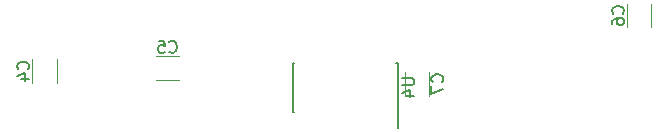
<source format=gbo>
%TF.GenerationSoftware,KiCad,Pcbnew,4.0.7*%
%TF.CreationDate,2018-07-23T15:38:25+02:00*%
%TF.ProjectId,rte_rpi,7274655F7270692E6B696361645F7063,rev?*%
%TF.FileFunction,Legend,Bot*%
%FSLAX46Y46*%
G04 Gerber Fmt 4.6, Leading zero omitted, Abs format (unit mm)*
G04 Created by KiCad (PCBNEW 4.0.7) date 07/23/18 15:38:25*
%MOMM*%
%LPD*%
G01*
G04 APERTURE LIST*
%ADD10C,0.100000*%
%ADD11C,0.150000*%
%ADD12C,0.120000*%
G04 APERTURE END LIST*
D10*
D11*
X205973600Y-102900300D02*
X205948600Y-102900300D01*
X205973600Y-98750300D02*
X205858600Y-98750300D01*
X197073600Y-98750300D02*
X197188600Y-98750300D01*
X197073600Y-102900300D02*
X197188600Y-102900300D01*
X205973600Y-102900300D02*
X205973600Y-98750300D01*
X197073600Y-102900300D02*
X197073600Y-98750300D01*
X205948600Y-102900300D02*
X205948600Y-104275300D01*
D12*
X175040100Y-100441000D02*
X175040100Y-98441000D01*
X177080100Y-98441000D02*
X177080100Y-100441000D01*
X185461400Y-98179700D02*
X187461400Y-98179700D01*
X187461400Y-100219700D02*
X185461400Y-100219700D01*
X225395600Y-95754700D02*
X225395600Y-93754700D01*
X227435600Y-93754700D02*
X227435600Y-95754700D01*
X208639600Y-99533200D02*
X208639600Y-101533200D01*
X206599600Y-101533200D02*
X206599600Y-99533200D01*
D11*
X206350981Y-100063395D02*
X207160505Y-100063395D01*
X207255743Y-100111014D01*
X207303362Y-100158633D01*
X207350981Y-100253871D01*
X207350981Y-100444348D01*
X207303362Y-100539586D01*
X207255743Y-100587205D01*
X207160505Y-100634824D01*
X206350981Y-100634824D01*
X206684314Y-101539586D02*
X207350981Y-101539586D01*
X206303362Y-101301490D02*
X207017648Y-101063395D01*
X207017648Y-101682443D01*
X174667243Y-99274334D02*
X174714862Y-99226715D01*
X174762481Y-99083858D01*
X174762481Y-98988620D01*
X174714862Y-98845762D01*
X174619624Y-98750524D01*
X174524386Y-98702905D01*
X174333910Y-98655286D01*
X174191052Y-98655286D01*
X174000576Y-98702905D01*
X173905338Y-98750524D01*
X173810100Y-98845762D01*
X173762481Y-98988620D01*
X173762481Y-99083858D01*
X173810100Y-99226715D01*
X173857719Y-99274334D01*
X174095814Y-100131477D02*
X174762481Y-100131477D01*
X173714862Y-99893381D02*
X174429148Y-99655286D01*
X174429148Y-100274334D01*
X186628066Y-97806843D02*
X186675685Y-97854462D01*
X186818542Y-97902081D01*
X186913780Y-97902081D01*
X187056638Y-97854462D01*
X187151876Y-97759224D01*
X187199495Y-97663986D01*
X187247114Y-97473510D01*
X187247114Y-97330652D01*
X187199495Y-97140176D01*
X187151876Y-97044938D01*
X187056638Y-96949700D01*
X186913780Y-96902081D01*
X186818542Y-96902081D01*
X186675685Y-96949700D01*
X186628066Y-96997319D01*
X185723304Y-96902081D02*
X186199495Y-96902081D01*
X186247114Y-97378271D01*
X186199495Y-97330652D01*
X186104257Y-97283033D01*
X185866161Y-97283033D01*
X185770923Y-97330652D01*
X185723304Y-97378271D01*
X185675685Y-97473510D01*
X185675685Y-97711605D01*
X185723304Y-97806843D01*
X185770923Y-97854462D01*
X185866161Y-97902081D01*
X186104257Y-97902081D01*
X186199495Y-97854462D01*
X186247114Y-97806843D01*
X225022743Y-94588034D02*
X225070362Y-94540415D01*
X225117981Y-94397558D01*
X225117981Y-94302320D01*
X225070362Y-94159462D01*
X224975124Y-94064224D01*
X224879886Y-94016605D01*
X224689410Y-93968986D01*
X224546552Y-93968986D01*
X224356076Y-94016605D01*
X224260838Y-94064224D01*
X224165600Y-94159462D01*
X224117981Y-94302320D01*
X224117981Y-94397558D01*
X224165600Y-94540415D01*
X224213219Y-94588034D01*
X224117981Y-95445177D02*
X224117981Y-95254700D01*
X224165600Y-95159462D01*
X224213219Y-95111843D01*
X224356076Y-95016605D01*
X224546552Y-94968986D01*
X224927505Y-94968986D01*
X225022743Y-95016605D01*
X225070362Y-95064224D01*
X225117981Y-95159462D01*
X225117981Y-95349939D01*
X225070362Y-95445177D01*
X225022743Y-95492796D01*
X224927505Y-95540415D01*
X224689410Y-95540415D01*
X224594171Y-95492796D01*
X224546552Y-95445177D01*
X224498933Y-95349939D01*
X224498933Y-95159462D01*
X224546552Y-95064224D01*
X224594171Y-95016605D01*
X224689410Y-94968986D01*
X209726743Y-100366534D02*
X209774362Y-100318915D01*
X209821981Y-100176058D01*
X209821981Y-100080820D01*
X209774362Y-99937962D01*
X209679124Y-99842724D01*
X209583886Y-99795105D01*
X209393410Y-99747486D01*
X209250552Y-99747486D01*
X209060076Y-99795105D01*
X208964838Y-99842724D01*
X208869600Y-99937962D01*
X208821981Y-100080820D01*
X208821981Y-100176058D01*
X208869600Y-100318915D01*
X208917219Y-100366534D01*
X208821981Y-100699867D02*
X208821981Y-101366534D01*
X209821981Y-100937962D01*
M02*

</source>
